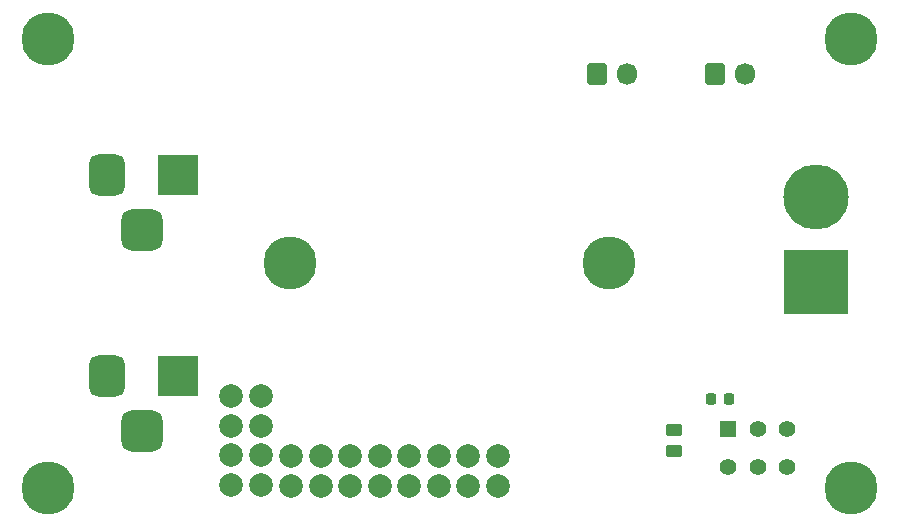
<source format=gbr>
%TF.GenerationSoftware,KiCad,Pcbnew,(6.0.0)*%
%TF.CreationDate,2022-03-05T02:50:21+09:00*%
%TF.ProjectId,latton rt,6c617474-6f6e-4207-9274-2e6b69636164,rev?*%
%TF.SameCoordinates,Original*%
%TF.FileFunction,Soldermask,Top*%
%TF.FilePolarity,Negative*%
%FSLAX46Y46*%
G04 Gerber Fmt 4.6, Leading zero omitted, Abs format (unit mm)*
G04 Created by KiCad (PCBNEW (6.0.0)) date 2022-03-05 02:50:21*
%MOMM*%
%LPD*%
G01*
G04 APERTURE LIST*
G04 Aperture macros list*
%AMRoundRect*
0 Rectangle with rounded corners*
0 $1 Rounding radius*
0 $2 $3 $4 $5 $6 $7 $8 $9 X,Y pos of 4 corners*
0 Add a 4 corners polygon primitive as box body*
4,1,4,$2,$3,$4,$5,$6,$7,$8,$9,$2,$3,0*
0 Add four circle primitives for the rounded corners*
1,1,$1+$1,$2,$3*
1,1,$1+$1,$4,$5*
1,1,$1+$1,$6,$7*
1,1,$1+$1,$8,$9*
0 Add four rect primitives between the rounded corners*
20,1,$1+$1,$2,$3,$4,$5,0*
20,1,$1+$1,$4,$5,$6,$7,0*
20,1,$1+$1,$6,$7,$8,$9,0*
20,1,$1+$1,$8,$9,$2,$3,0*%
G04 Aperture macros list end*
%ADD10R,3.500000X3.500000*%
%ADD11RoundRect,0.750000X-0.750000X-1.000000X0.750000X-1.000000X0.750000X1.000000X-0.750000X1.000000X0*%
%ADD12RoundRect,0.875000X-0.875000X-0.875000X0.875000X-0.875000X0.875000X0.875000X-0.875000X0.875000X0*%
%ADD13C,2.000000*%
%ADD14C,4.500000*%
%ADD15R,1.400000X1.400000*%
%ADD16C,1.400000*%
%ADD17RoundRect,0.250000X-0.600000X-0.675000X0.600000X-0.675000X0.600000X0.675000X-0.600000X0.675000X0*%
%ADD18O,1.700000X1.850000*%
%ADD19RoundRect,0.218750X-0.218750X-0.256250X0.218750X-0.256250X0.218750X0.256250X-0.218750X0.256250X0*%
%ADD20RoundRect,0.250000X-0.450000X0.262500X-0.450000X-0.262500X0.450000X-0.262500X0.450000X0.262500X0*%
%ADD21R,5.516000X5.516000*%
%ADD22C,5.516000*%
G04 APERTURE END LIST*
D10*
%TO.C,J1*%
X127000000Y-91500000D03*
D11*
X121000000Y-91500000D03*
D12*
X124000000Y-96200000D03*
%TD*%
D13*
%TO.C,*%
X141600000Y-117800000D03*
%TD*%
D14*
%TO.C,*%
X116000000Y-80000000D03*
%TD*%
D15*
%TO.C,SW1*%
X173592500Y-112975000D03*
D16*
X176092500Y-112975000D03*
X178592500Y-112975000D03*
X173592500Y-116275000D03*
X176092500Y-116275000D03*
X178592500Y-116275000D03*
%TD*%
D14*
%TO.C,*%
X116000000Y-118000000D03*
%TD*%
D13*
%TO.C,*%
X144100000Y-115300000D03*
%TD*%
%TO.C,*%
X139100000Y-117800000D03*
%TD*%
%TO.C,*%
X131500000Y-110250000D03*
%TD*%
%TO.C,*%
X146600000Y-115300000D03*
%TD*%
%TO.C,*%
X144100000Y-117800000D03*
%TD*%
D17*
%TO.C,J3*%
X162500000Y-83000000D03*
D18*
X165000000Y-83000000D03*
%TD*%
D13*
%TO.C,*%
X134000000Y-112750000D03*
%TD*%
%TO.C,*%
X134000000Y-110250000D03*
%TD*%
%TO.C,*%
X141600000Y-115300000D03*
%TD*%
D14*
%TO.C,*%
X184000000Y-80000000D03*
%TD*%
D13*
%TO.C,*%
X154100000Y-115300000D03*
%TD*%
D19*
%TO.C,D1*%
X172112500Y-110500000D03*
X173687500Y-110500000D03*
%TD*%
D13*
%TO.C,*%
X131500000Y-112750000D03*
%TD*%
%TO.C,*%
X149100000Y-117800000D03*
%TD*%
%TO.C,*%
X139100000Y-115300000D03*
%TD*%
D14*
%TO.C,*%
X184000000Y-118000000D03*
%TD*%
D20*
%TO.C,R1*%
X169000000Y-113087500D03*
X169000000Y-114912500D03*
%TD*%
D13*
%TO.C,*%
X151600000Y-115300000D03*
%TD*%
%TO.C,*%
X154100000Y-117800000D03*
%TD*%
%TO.C,*%
X134000000Y-117750000D03*
%TD*%
D10*
%TO.C,J2*%
X127000000Y-108500000D03*
D11*
X121000000Y-108500000D03*
D12*
X124000000Y-113200000D03*
%TD*%
D13*
%TO.C,*%
X136600000Y-115300000D03*
%TD*%
%TO.C,*%
X151600000Y-117800000D03*
%TD*%
D17*
%TO.C,J4*%
X172500000Y-83000000D03*
D18*
X175000000Y-83000000D03*
%TD*%
D13*
%TO.C,*%
X146600000Y-117800000D03*
%TD*%
%TO.C,*%
X136600000Y-117800000D03*
%TD*%
%TO.C,*%
X149100000Y-115300000D03*
%TD*%
%TO.C,*%
X131500000Y-115250000D03*
%TD*%
D14*
%TO.C,Voltmeter*%
X136500000Y-99000000D03*
X163500000Y-99000000D03*
%TD*%
D13*
%TO.C,*%
X134000000Y-115250000D03*
%TD*%
D21*
%TO.C,J5*%
X181000000Y-100600000D03*
D22*
X181000000Y-93400000D03*
%TD*%
D13*
%TO.C,*%
X131500000Y-117750000D03*
%TD*%
M02*

</source>
